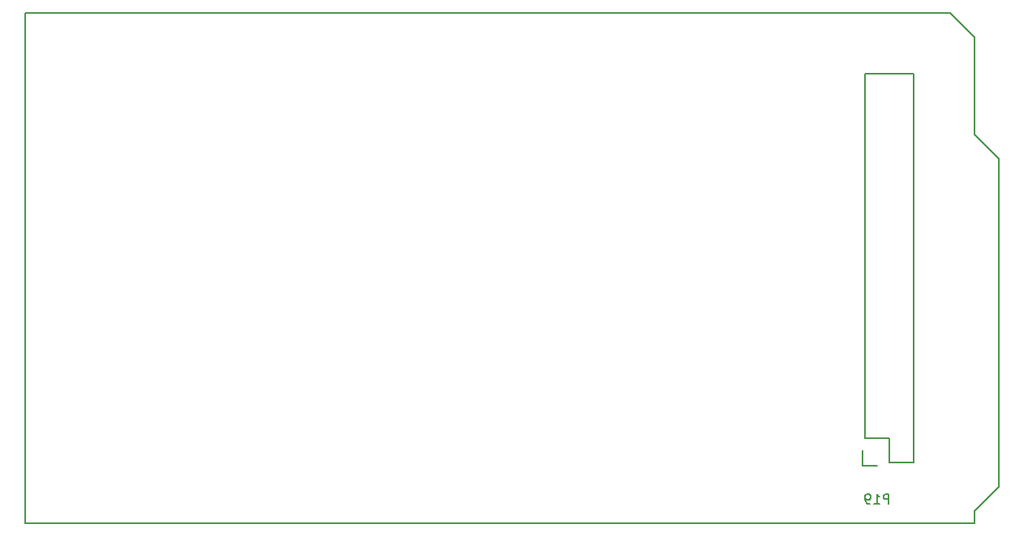
<source format=gbo>
G04 #@! TF.GenerationSoftware,KiCad,Pcbnew,6.0.0-rc1-unknown-9cac0a3~66~ubuntu16.04.1*
G04 #@! TF.CreationDate,2019-01-22T10:57:24+01:00
G04 #@! TF.ProjectId,arduino_mega_all_pins,61726475-696e-46f5-9f6d-6567615f616c,rev?*
G04 #@! TF.SameCoordinates,Original*
G04 #@! TF.FileFunction,Legend,Bot*
G04 #@! TF.FilePolarity,Positive*
%FSLAX46Y46*%
G04 Gerber Fmt 4.6, Leading zero omitted, Abs format (unit mm)*
G04 Created by KiCad (PCBNEW 6.0.0-rc1-unknown-9cac0a3~66~ubuntu16.04.1) date Ut 22. január 2019, 10:57:24 CET*
%MOMM*%
%LPD*%
G04 APERTURE LIST*
%ADD10C,0.150000*%
G04 APERTURE END LIST*
D10*
X199898000Y-68326000D02*
X202438000Y-70866000D01*
X202438000Y-70866000D02*
X202438000Y-81026000D01*
X202438000Y-81026000D02*
X204978000Y-83566000D01*
X204978000Y-83566000D02*
X204978000Y-117856000D01*
X204978000Y-117856000D02*
X202438000Y-120396000D01*
X202438000Y-120396000D02*
X202438000Y-121666000D01*
X202438000Y-121666000D02*
X103378000Y-121666000D01*
X103378000Y-68326000D02*
X199898000Y-68326000D01*
X103378000Y-121666000D02*
X103378000Y-68326000D01*
X196088000Y-74676000D02*
X196088000Y-115316000D01*
X191008000Y-112776000D02*
X191008000Y-74676000D01*
X196088000Y-74676000D02*
X191008000Y-74676000D01*
X196088000Y-115316000D02*
X193548000Y-115316000D01*
X192278000Y-115596000D02*
X190728000Y-115596000D01*
X193548000Y-115316000D02*
X193548000Y-112776000D01*
X193548000Y-112776000D02*
X191008000Y-112776000D01*
X190728000Y-115596000D02*
X190728000Y-114046000D01*
X193492285Y-119598380D02*
X193492285Y-118598380D01*
X193111333Y-118598380D01*
X193016095Y-118646000D01*
X192968476Y-118693619D01*
X192920857Y-118788857D01*
X192920857Y-118931714D01*
X192968476Y-119026952D01*
X193016095Y-119074571D01*
X193111333Y-119122190D01*
X193492285Y-119122190D01*
X191968476Y-119598380D02*
X192539904Y-119598380D01*
X192254190Y-119598380D02*
X192254190Y-118598380D01*
X192349428Y-118741238D01*
X192444666Y-118836476D01*
X192539904Y-118884095D01*
X191492285Y-119598380D02*
X191301809Y-119598380D01*
X191206571Y-119550761D01*
X191158952Y-119503142D01*
X191063714Y-119360285D01*
X191016095Y-119169809D01*
X191016095Y-118788857D01*
X191063714Y-118693619D01*
X191111333Y-118646000D01*
X191206571Y-118598380D01*
X191397047Y-118598380D01*
X191492285Y-118646000D01*
X191539904Y-118693619D01*
X191587523Y-118788857D01*
X191587523Y-119026952D01*
X191539904Y-119122190D01*
X191492285Y-119169809D01*
X191397047Y-119217428D01*
X191206571Y-119217428D01*
X191111333Y-119169809D01*
X191063714Y-119122190D01*
X191016095Y-119026952D01*
M02*

</source>
